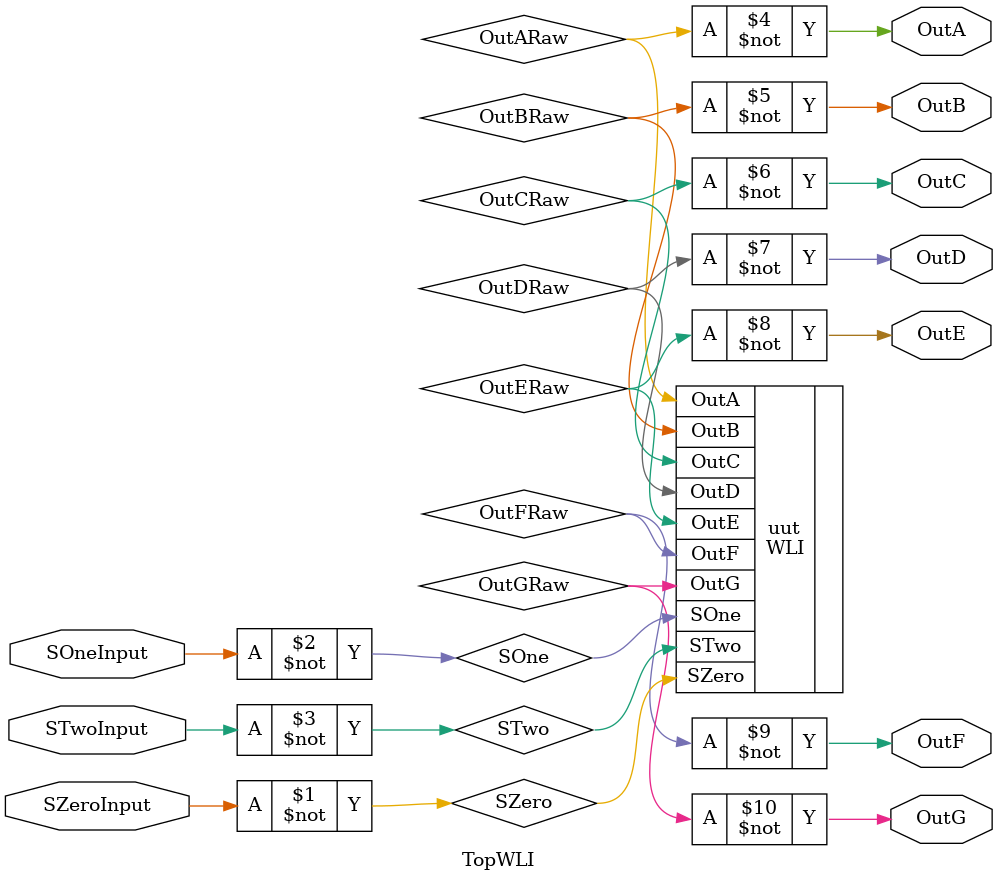
<source format=v>
module TopWLI (

	 input wire SZeroInput,
    input wire SOneInput,
	 input wire STwoInput,
	 output wire OutA,
	 output wire OutB,
	 output wire OutC,
	 output wire OutD,
	 output wire OutE,
	 output wire OutF,
	 output wire OutG
);

	 wire SZero;
	 wire SOne;
	 wire STwo;
	 
	 wire OutARaw;
    wire OutBRaw;
    wire OutCRaw;
    wire OutDRaw;
    wire OutERaw;
    wire OutFRaw;
    wire OutGRaw;

	 

  	 assign SZero = ~SZeroInput;
	 assign SOne = ~SOneInput;
	 assign STwo = ~STwoInput;
	
	 WLI uut (
        .SZero(SZero),
        .SOne(SOne),
        .STwo(STwo),
        .OutA(OutARaw),
        .OutB(OutBRaw),
        .OutC(OutCRaw),
        .OutD(OutDRaw),
        .OutE(OutERaw),
        .OutF(OutFRaw),
        .OutG(OutGRaw)
    );
	 
	 assign OutA = ~OutARaw;
	 assign OutB = ~OutBRaw;
	 assign OutC = ~OutCRaw;
	 assign OutD = ~OutDRaw;
	 assign OutE = ~OutERaw;
	 assign OutF = ~OutFRaw;
	 assign OutG = ~OutGRaw;
	 
endmodule


	 
	 
</source>
